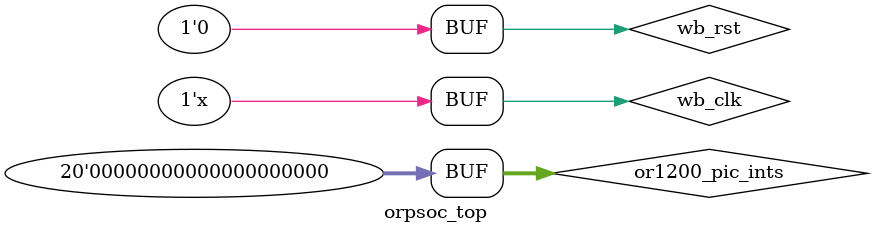
<source format=v>
module orpsoc_top;

   localparam wb_aw = 32;
   localparam wb_dw = 32;
   
   ////////////////////////////////////////////////////////////////////////
   //
   // Clock and reset generation
   // 
   ////////////////////////////////////////////////////////////////////////
   reg wb_clk = 1;
   reg wb_rst = 1;

   always #5 wb_clk <= ~wb_clk;
   initial #100 wb_rst <= 0;
   
   // OR1200 instruction bus wires
   wire [wb_aw-1:0] 	      wb_or1200_i_adr;
   wire [wb_dw-1:0] 	      wb_or1200_i_dat;
   wire [3:0] 		      wb_or1200_i_sel;
   wire 		      wb_or1200_i_we;
   wire 		      wb_or1200_i_cyc;
   wire 		      wb_or1200_i_stb;
   wire [2:0] 		      wb_or1200_i_cti;
   wire [1:0] 		      wb_or1200_i_bte;
   wire [wb_dw-1:0] 	      wb_or1200_i_sdt;   
   wire 		      wb_or1200_i_ack;
   wire 		      wb_or1200_i_err;
   wire 		      wb_or1200_i_rty;

   // OR1200 data bus wires   
   wire [wb_aw-1:0] 	      wb_or1200_d_adr;
   wire [wb_dw-1:0] 	      wb_or1200_d_dat;
   wire [3:0] 		      wb_or1200_d_sel;
   wire 		      wb_or1200_d_we;
   wire 		      wb_or1200_d_cyc;
   wire 		      wb_or1200_d_stb;
   wire [2:0] 		      wb_or1200_d_cti;
   wire [1:0] 		      wb_or1200_d_bte;
   wire [wb_dw-1:0] 	      wb_or1200_d_sdt;   
   wire 		      wb_or1200_d_ack;
   wire 		      wb_or1200_d_err;
   wire 		      wb_or1200_d_rty;   

   // memory wires
   wire [31:0]                wb_mem_adr;
   wire [31:0] 		      wb_mem_dat;
   wire [3:0] 		      wb_mem_sel;
   wire 		      wb_mem_we;
   wire 		      wb_mem_cyc;
   wire 		      wb_mem_stb;
   wire [2:0] 		      wb_mem_cti;
   wire [1:0] 		      wb_mem_bte;
   wire [31:0] 		      wb_mem_sdt;   
   wire 		      wb_mem_ack;
   wire 		      wb_mem_err;
   wire 		      wb_mem_rty;   
   

   ////////////////////////////////////////////////////////////////////////
   //
   // or1200
   // 
   ////////////////////////////////////////////////////////////////////////

   wire [19:0] 				  or1200_pic_ints;

   or1200_top #(.boot_adr(32'h00000100)) or1200_top0
       (
	// Instruction bus, clocks, reset
	.iwb_clk_i			(wb_clk),
	.iwb_rst_i			(wb_rst),
	.iwb_adr_o			(wb_or1200_i_adr),
	.iwb_dat_o			(wb_or1200_i_dat),
	.iwb_sel_o			(wb_or1200_i_sel),
	.iwb_we_o			(wb_or1200_i_we ),
	.iwb_cyc_o			(wb_or1200_i_cyc),
	.iwb_stb_o			(wb_or1200_i_stb),
	.iwb_cti_o			(wb_or1200_i_cti),
	.iwb_bte_o			(wb_or1200_i_bte),
	.iwb_dat_i			(wb_or1200_i_sdt),
	.iwb_ack_i			(wb_or1200_i_ack),
	.iwb_err_i			(wb_or1200_i_err),
	.iwb_rty_i			(wb_or1200_i_rty),
	// Data bus, clocks, reset            
	.dwb_clk_i			(wb_clk),
	.dwb_rst_i			(wb_rst),
	.dwb_adr_o			(wb_or1200_d_adr),
	.dwb_dat_o			(wb_or1200_d_dat),
	.dwb_sel_o			(wb_or1200_d_sel),
	.dwb_we_o			(wb_or1200_d_we),
	.dwb_cyc_o			(wb_or1200_d_cyc),
	.dwb_stb_o			(wb_or1200_d_stb),
	.dwb_cti_o			(wb_or1200_d_cti),
	.dwb_bte_o			(wb_or1200_d_bte),
	.dwb_dat_i			(wb_or1200_d_sdt),
	.dwb_ack_i			(wb_or1200_d_ack),
	.dwb_err_i			(wb_or1200_d_err),
	.dwb_rty_i			(wb_or1200_d_rty),

	// Debug interface ports
	.dbg_stall_i			(1'b0),
	.dbg_ewt_i			(1'b0),
	.dbg_lss_o			(),
	.dbg_is_o			(),
	.dbg_wp_o			(),
	.dbg_bp_o			(),

	.dbg_adr_i			(32'b0),      
	.dbg_we_i			(1'b0), 
	.dbg_stb_i			(1'b0),          
	.dbg_dat_i			(32'b0),
	.dbg_dat_o			(),
	.dbg_ack_o			(),
	
	.pm_clksd_o			(),
	.pm_dc_gate_o			(),
	.pm_ic_gate_o			(),
	.pm_dmmu_gate_o			(),
	.pm_immu_gate_o			(),
	.pm_tt_gate_o			(),
	.pm_cpu_gate_o			(),
	.pm_wakeup_o			(),
	.pm_lvolt_o			(),

	// Core clocks, resets
	.clk_i				(wb_clk),
	.rst_i				(wb_rst),
	
	.clmode_i			(2'b00),
	// Interrupts      
	.pic_ints_i			(or1200_pic_ints),
	.sig_tick(),

	.pm_cpustall_i			(1'b0));

   ////////////////////////////////////////////////////////////////////////
   //
   // Wishbone interconnect
   // 
   ////////////////////////////////////////////////////////////////////////
   wb_intercon wb_intercon0
     (.wb_clk_i         (wb_clk),
      .wb_rst_i         (wb_rst),
      // OR1200 Instruction bus (To Master)
      .wb_or1200_i_adr_i (wb_or1200_i_adr),
      .wb_or1200_i_dat_i (wb_or1200_i_dat),
      .wb_or1200_i_sel_i (wb_or1200_i_sel),
      .wb_or1200_i_we_i  (wb_or1200_i_we ),
      .wb_or1200_i_cyc_i (wb_or1200_i_cyc),
      .wb_or1200_i_stb_i (wb_or1200_i_stb),
      .wb_or1200_i_cti_i (wb_or1200_i_cti),
      .wb_or1200_i_bte_i (wb_or1200_i_bte),
      .wb_or1200_i_dat_o (wb_or1200_i_sdt),
      .wb_or1200_i_ack_o (wb_or1200_i_ack),
      .wb_or1200_i_err_o (wb_or1200_i_err),
      .wb_or1200_i_rty_o (wb_or1200_i_rty),
      // OR1200 Data bus (To Master)
      .wb_or1200_d_adr_i (wb_or1200_d_adr),
      .wb_or1200_d_dat_i (wb_or1200_d_dat),
      .wb_or1200_d_sel_i (wb_or1200_d_sel),
      .wb_or1200_d_we_i  (wb_or1200_d_we ),
      .wb_or1200_d_cyc_i (wb_or1200_d_cyc),
      .wb_or1200_d_stb_i (wb_or1200_d_stb),
      .wb_or1200_d_cti_i (wb_or1200_d_cti),
      .wb_or1200_d_bte_i (wb_or1200_d_bte),
      .wb_or1200_d_dat_o (wb_or1200_d_sdt),
      .wb_or1200_d_ack_o (wb_or1200_d_ack),
      .wb_or1200_d_err_o (wb_or1200_d_err),
      .wb_or1200_d_rty_o (wb_or1200_d_rty),
      // Memory Interface (To Slave)
      .wb_mem_adr_o      (wb_mem_adr),
      .wb_mem_dat_o      (wb_mem_dat),
      .wb_mem_sel_o      (wb_mem_sel),
      .wb_mem_we_o       (wb_mem_we),
      .wb_mem_cyc_o      (wb_mem_cyc),
      .wb_mem_stb_o      (wb_mem_stb),
      .wb_mem_cti_o      (wb_mem_cti),
      .wb_mem_bte_o      (wb_mem_bte),
      .wb_mem_dat_i      (wb_mem_sdt),
      .wb_mem_ack_i      (wb_mem_ack),
      .wb_mem_err_i      (wb_mem_err),
      .wb_mem_rty_i      (wb_mem_rty));
     
   ////////////////////////////////////////////////////////////////////////
   //
   // Generic main RAM
   // 
   ////////////////////////////////////////////////////////////////////////
   wb_bfm_memory #(.DEBUG (0),
		   .mem_size_bytes(32'h00800000))
   wb_bfm_memory0
     (
      //Wishbone Master interface
      .wb_clk_i (wb_clk),
      .wb_rst_i (wb_rst),
      .wb_adr_i	(wb_mem_adr),
      .wb_dat_i	(wb_mem_dat),
      .wb_sel_i	(wb_mem_sel),
      .wb_we_i	(wb_mem_we),
      .wb_cyc_i	(wb_mem_cyc),
      .wb_stb_i	(wb_mem_stb),
      .wb_cti_i	(wb_mem_cti),
      .wb_bte_i	(wb_mem_bte),
      .wb_sdt_o	(wb_mem_sdt),
      .wb_ack_o	(wb_mem_ack),
      .wb_err_o (wb_mem_err),
      .wb_rty_o (wb_mem_rty));
   

   ////////////////////////////////////////////////////////////////////////
   //
   // OR1200 Interrupt assignment
   // 
   ////////////////////////////////////////////////////////////////////////
   assign or1200_pic_ints[0] = 0; // Non-maskable inside OR1200
   assign or1200_pic_ints[1] = 0; // Non-maskable inside OR1200
   assign or1200_pic_ints[2] = 0;
   assign or1200_pic_ints[3] = 0;
   assign or1200_pic_ints[4] = 0;
   assign or1200_pic_ints[5] = 0;
   assign or1200_pic_ints[6] = 0;
   assign or1200_pic_ints[7] = 0;
   assign or1200_pic_ints[8] = 0;
   assign or1200_pic_ints[9] = 0;
   assign or1200_pic_ints[10] = 0;
   assign or1200_pic_ints[11] = 0;
   assign or1200_pic_ints[12] = 0;
   assign or1200_pic_ints[13] = 0;
   assign or1200_pic_ints[14] = 0;
   assign or1200_pic_ints[15] = 0;
   assign or1200_pic_ints[16] = 0;
   assign or1200_pic_ints[17] = 0;
   assign or1200_pic_ints[18] = 0;
   assign or1200_pic_ints[19] = 0;
   
endmodule

</source>
